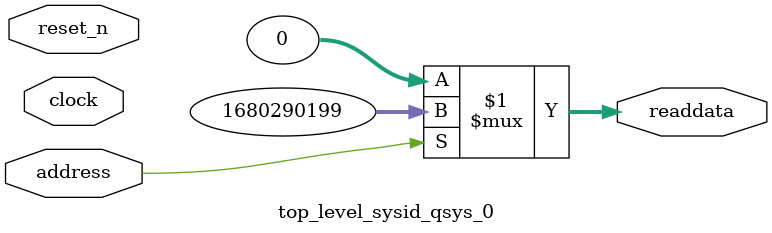
<source format=v>



// synthesis translate_off
`timescale 1ns / 1ps
// synthesis translate_on

// turn off superfluous verilog processor warnings 
// altera message_level Level1 
// altera message_off 10034 10035 10036 10037 10230 10240 10030 

module top_level_sysid_qsys_0 (
               // inputs:
                address,
                clock,
                reset_n,

               // outputs:
                readdata
             )
;

  output  [ 31: 0] readdata;
  input            address;
  input            clock;
  input            reset_n;

  wire    [ 31: 0] readdata;
  //control_slave, which is an e_avalon_slave
  assign readdata = address ? 1680290199 : 0;

endmodule



</source>
